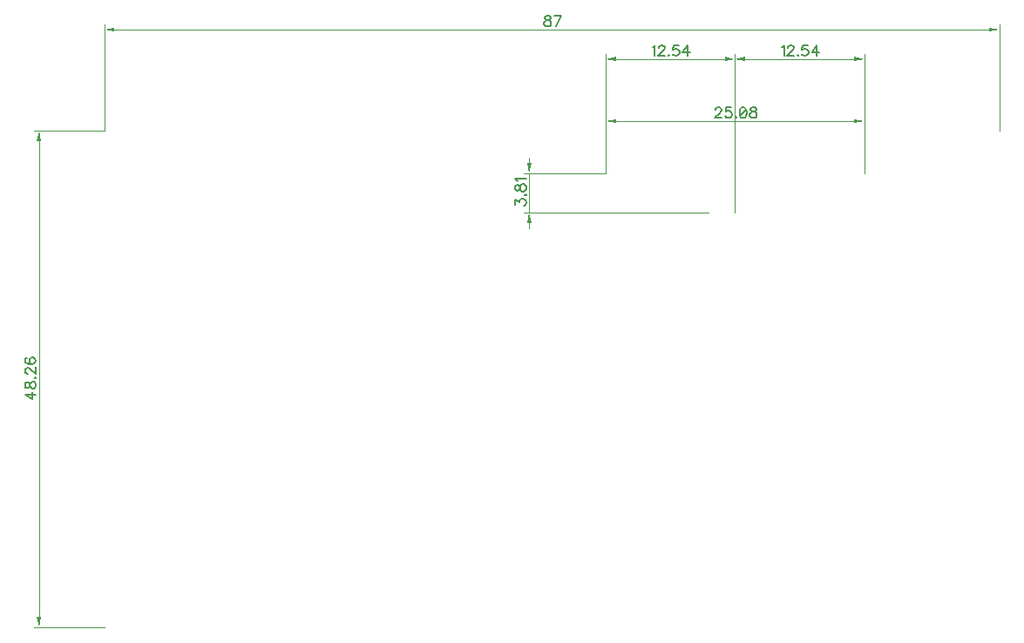
<source format=gbr>
G04 DipTrace 2.4.0.2*
%INTop_size.gbr*%
%MOIN*%
%ADD13C,0.0014*%
%ADD90C,0.0062*%
%FSLAX44Y44*%
G04*
G70*
G90*
G75*
G01*
%LNTopDimension*%
%LPD*%
X0Y19000D2*
D13*
Y23072D1*
X34250Y19000D2*
Y23072D1*
X17125Y22875D2*
X394D1*
G36*
X0D2*
X394Y22954D1*
Y22796D1*
X0Y22875D1*
G37*
X17125D2*
D13*
X33856D1*
G36*
X34250D2*
X33856Y22796D1*
Y22954D1*
X34250Y22875D1*
G37*
X0Y19000D2*
D13*
X-2698D1*
X0Y0D2*
X-2698D1*
X-2501Y9500D2*
Y18606D1*
G36*
Y19000D2*
X-2422Y18606D1*
X-2580D1*
X-2501Y19000D1*
G37*
Y9500D2*
D13*
Y394D1*
G36*
Y0D2*
X-2580Y394D1*
X-2422D1*
X-2501Y0D1*
G37*
X23125Y15875D2*
D13*
X16053D1*
X19188Y17375D2*
X16053D1*
X16250D2*
Y15875D1*
Y17966D2*
Y17769D1*
G36*
Y17375D2*
X16171Y17769D1*
X16329D1*
X16250Y17375D1*
G37*
Y15284D2*
D13*
Y15481D1*
G36*
Y15875D2*
X16329Y15481D1*
X16171D1*
X16250Y15875D1*
G37*
X24125D2*
D13*
Y21947D1*
X19188Y17375D2*
Y21947D1*
X21656Y21750D2*
X23731D1*
G36*
X24125D2*
X23731Y21671D1*
Y21829D1*
X24125Y21750D1*
G37*
X21656D2*
D13*
X19581D1*
G36*
X19188D2*
X19581Y21829D1*
Y21671D1*
X19188Y21750D1*
G37*
X24125Y15875D2*
D13*
Y21947D1*
X29062Y17375D2*
Y21947D1*
X26594Y21750D2*
X24519D1*
G36*
X24125D2*
X24519Y21829D1*
Y21671D1*
X24125Y21750D1*
G37*
X26594D2*
D13*
X28669D1*
G36*
X29062D2*
X28669Y21671D1*
Y21829D1*
X29062Y21750D1*
G37*
X19188Y17375D2*
D13*
Y19572D1*
X29062Y17375D2*
Y19572D1*
X24125Y19375D2*
X19581D1*
G36*
X19188D2*
X19581Y19454D1*
Y19296D1*
X19188Y19375D1*
G37*
X24125D2*
D13*
X28669D1*
G36*
X29062D2*
X28669Y19296D1*
Y19454D1*
X29062Y19375D1*
G37*
X16922Y23399D2*
D90*
X16865Y23380D1*
X16845Y23342D1*
Y23303D1*
X16865Y23265D1*
X16903Y23246D1*
X16979Y23227D1*
X17037Y23208D1*
X17075Y23169D1*
X17094Y23131D1*
Y23074D1*
X17075Y23036D1*
X17056Y23016D1*
X16998Y22997D1*
X16922D1*
X16865Y23016D1*
X16845Y23036D1*
X16826Y23074D1*
Y23131D1*
X16845Y23169D1*
X16884Y23208D1*
X16941Y23227D1*
X17017Y23246D1*
X17056Y23265D1*
X17075Y23303D1*
Y23342D1*
X17056Y23380D1*
X16998Y23399D1*
X16922D1*
X17294Y22997D2*
X17485Y23399D1*
X17217D1*
X-2623Y8921D2*
X-3025D1*
X-2757Y8729D1*
Y9016D1*
X-3025Y9235D2*
X-3006Y9178D1*
X-2968Y9159D1*
X-2929D1*
X-2891Y9178D1*
X-2872Y9216D1*
X-2853Y9293D1*
X-2834Y9350D1*
X-2795Y9388D1*
X-2757Y9407D1*
X-2700D1*
X-2662Y9388D1*
X-2642Y9369D1*
X-2623Y9312D1*
Y9235D1*
X-2642Y9178D1*
X-2662Y9159D1*
X-2700Y9140D1*
X-2757D1*
X-2795Y9159D1*
X-2834Y9197D1*
X-2853Y9254D1*
X-2872Y9331D1*
X-2891Y9369D1*
X-2929Y9388D1*
X-2968D1*
X-3006Y9369D1*
X-3025Y9312D1*
Y9235D1*
X-2662Y9550D2*
X-2642Y9531D1*
X-2623Y9550D1*
X-2642Y9569D1*
X-2662Y9550D1*
X-2929Y9712D2*
X-2948D1*
X-2987Y9731D1*
X-3006Y9750D1*
X-3025Y9789D1*
Y9865D1*
X-3006Y9903D1*
X-2987Y9922D1*
X-2948Y9942D1*
X-2910D1*
X-2872Y9922D1*
X-2815Y9884D1*
X-2623Y9693D1*
Y9961D1*
X-2968Y10314D2*
X-3006Y10295D1*
X-3025Y10237D1*
Y10199D1*
X-3006Y10142D1*
X-2948Y10103D1*
X-2853Y10084D1*
X-2757D1*
X-2681Y10103D1*
X-2642Y10142D1*
X-2623Y10199D1*
Y10218D1*
X-2642Y10275D1*
X-2681Y10314D1*
X-2738Y10333D1*
X-2757D1*
X-2815Y10314D1*
X-2853Y10275D1*
X-2872Y10218D1*
Y10199D1*
X-2853Y10142D1*
X-2815Y10103D1*
X-2757Y10084D1*
X15726Y16174D2*
Y16384D1*
X15879Y16270D1*
Y16327D1*
X15898Y16365D1*
X15917Y16384D1*
X15975Y16404D1*
X16013D1*
X16070Y16384D1*
X16109Y16346D1*
X16128Y16289D1*
Y16231D1*
X16109Y16174D1*
X16089Y16155D1*
X16051Y16136D1*
X16089Y16546D2*
X16109Y16527D1*
X16128Y16546D1*
X16109Y16566D1*
X16089Y16546D1*
X15726Y16785D2*
X15745Y16728D1*
X15783Y16708D1*
X15822D1*
X15860Y16728D1*
X15879Y16766D1*
X15898Y16842D1*
X15917Y16900D1*
X15956Y16938D1*
X15994Y16957D1*
X16051D1*
X16089Y16938D1*
X16109Y16919D1*
X16128Y16861D1*
Y16785D1*
X16109Y16728D1*
X16089Y16708D1*
X16051Y16689D1*
X15994D1*
X15956Y16708D1*
X15917Y16747D1*
X15898Y16804D1*
X15879Y16880D1*
X15860Y16919D1*
X15822Y16938D1*
X15783D1*
X15745Y16919D1*
X15726Y16861D1*
Y16785D1*
X15803Y17080D2*
X15783Y17119D1*
X15726Y17176D1*
X16128D1*
X20961Y22197D2*
X21000Y22217D1*
X21057Y22274D1*
Y21872D1*
X21200Y22178D2*
Y22197D1*
X21219Y22236D1*
X21238Y22255D1*
X21277Y22274D1*
X21353D1*
X21391Y22255D1*
X21410Y22236D1*
X21430Y22197D1*
Y22159D1*
X21410Y22121D1*
X21372Y22064D1*
X21181Y21872D1*
X21449D1*
X21591Y21911D2*
X21572Y21891D1*
X21591Y21872D1*
X21611Y21891D1*
X21591Y21911D1*
X21964Y22274D2*
X21773D1*
X21754Y22102D1*
X21773Y22121D1*
X21830Y22140D1*
X21887D1*
X21945Y22121D1*
X21983Y22083D1*
X22002Y22025D1*
Y21987D1*
X21983Y21930D1*
X21945Y21891D1*
X21887Y21872D1*
X21830D1*
X21773Y21891D1*
X21754Y21911D1*
X21734Y21949D1*
X22317Y21872D2*
Y22274D1*
X22126Y22006D1*
X22413D1*
X25899Y22197D2*
X25937Y22217D1*
X25995Y22274D1*
Y21872D1*
X26138Y22178D2*
Y22197D1*
X26157Y22236D1*
X26176Y22255D1*
X26214Y22274D1*
X26291D1*
X26329Y22255D1*
X26348Y22236D1*
X26367Y22197D1*
Y22159D1*
X26348Y22121D1*
X26310Y22064D1*
X26118Y21872D1*
X26386D1*
X26529Y21911D2*
X26510Y21891D1*
X26529Y21872D1*
X26548Y21891D1*
X26529Y21911D1*
X26901Y22274D2*
X26710D1*
X26691Y22102D1*
X26710Y22121D1*
X26768Y22140D1*
X26825D1*
X26882Y22121D1*
X26921Y22083D1*
X26940Y22025D1*
Y21987D1*
X26921Y21930D1*
X26882Y21891D1*
X26825Y21872D1*
X26768D1*
X26710Y21891D1*
X26691Y21911D1*
X26672Y21949D1*
X27255Y21872D2*
Y22274D1*
X27063Y22006D1*
X27350D1*
X23373Y19803D2*
Y19822D1*
X23392Y19861D1*
X23411Y19880D1*
X23450Y19899D1*
X23526D1*
X23564Y19880D1*
X23583Y19861D1*
X23603Y19822D1*
Y19784D1*
X23583Y19746D1*
X23545Y19689D1*
X23354Y19497D1*
X23622D1*
X23975Y19899D2*
X23784D1*
X23765Y19727D1*
X23784Y19746D1*
X23841Y19765D1*
X23898D1*
X23956Y19746D1*
X23994Y19708D1*
X24013Y19650D1*
Y19612D1*
X23994Y19555D1*
X23956Y19516D1*
X23898Y19497D1*
X23841D1*
X23784Y19516D1*
X23765Y19536D1*
X23745Y19574D1*
X24156Y19536D2*
X24137Y19516D1*
X24156Y19497D1*
X24175Y19516D1*
X24156Y19536D1*
X24414Y19899D2*
X24356Y19880D1*
X24318Y19822D1*
X24299Y19727D1*
Y19669D1*
X24318Y19574D1*
X24356Y19516D1*
X24414Y19497D1*
X24452D1*
X24509Y19516D1*
X24547Y19574D1*
X24567Y19669D1*
Y19727D1*
X24547Y19822D1*
X24509Y19880D1*
X24452Y19899D1*
X24414D1*
X24547Y19822D2*
X24318Y19574D1*
X24786Y19899D2*
X24729Y19880D1*
X24709Y19842D1*
Y19803D1*
X24729Y19765D1*
X24767Y19746D1*
X24843Y19727D1*
X24901Y19708D1*
X24939Y19669D1*
X24958Y19631D1*
Y19574D1*
X24939Y19536D1*
X24920Y19516D1*
X24862Y19497D1*
X24786D1*
X24729Y19516D1*
X24709Y19536D1*
X24690Y19574D1*
Y19631D1*
X24709Y19669D1*
X24748Y19708D1*
X24805Y19727D1*
X24881Y19746D1*
X24920Y19765D1*
X24939Y19803D1*
Y19842D1*
X24920Y19880D1*
X24862Y19899D1*
X24786D1*
M02*

</source>
